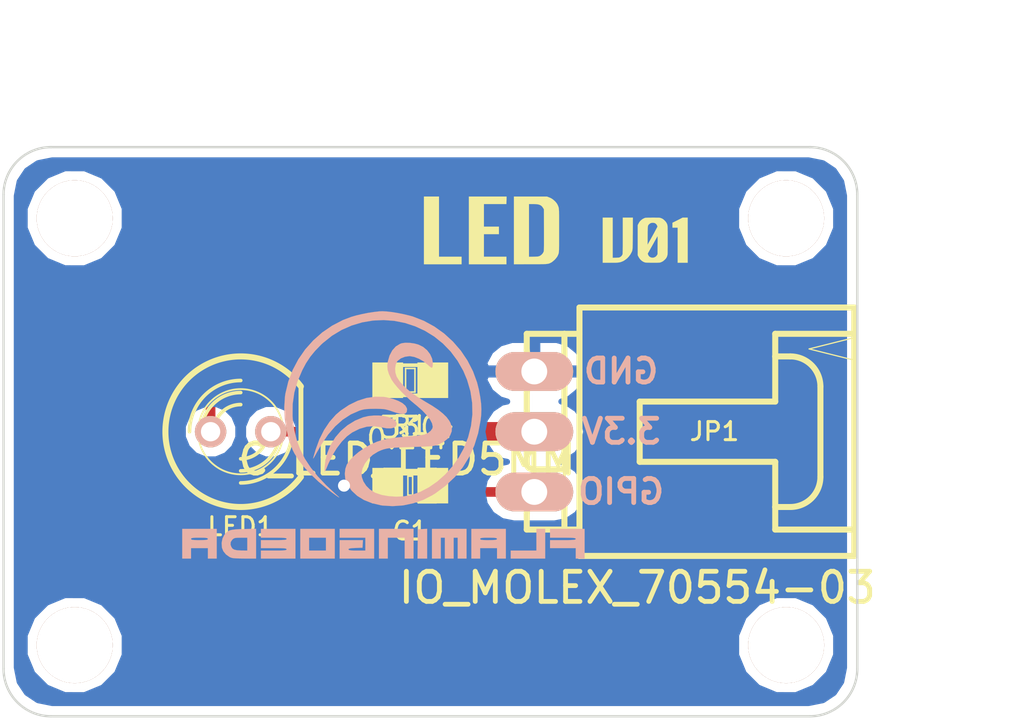
<source format=kicad_pcb>
(kicad_pcb (version 3) (host pcbnew "(2013-07-07 BZR 4022)-stable")

  (general
    (links 5)
    (no_connects 0)
    (area 36.460912 16.4084 92.687266 79.7)
    (thickness 1.6)
    (drawings 13)
    (tracks 13)
    (zones 0)
    (modules 11)
    (nets 5)
  )

  (page A3)
  (layers
    (15 F.Cu signal)
    (0 B.Cu signal)
    (16 B.Adhes user)
    (17 F.Adhes user)
    (18 B.Paste user)
    (19 F.Paste user)
    (20 B.SilkS user)
    (21 F.SilkS user)
    (22 B.Mask user)
    (23 F.Mask user)
    (24 Dwgs.User user)
    (25 Cmts.User user)
    (26 Eco1.User user)
    (27 Eco2.User user)
    (28 Edge.Cuts user)
  )

  (setup
    (last_trace_width 0.4064)
    (trace_clearance 0.2032)
    (zone_clearance 0.381)
    (zone_45_only no)
    (trace_min 0.127)
    (segment_width 0.2)
    (edge_width 0.1)
    (via_size 0.6096)
    (via_drill 0.3048)
    (via_min_size 0.6096)
    (via_min_drill 0.3048)
    (uvia_size 0.508)
    (uvia_drill 0.127)
    (uvias_allowed no)
    (uvia_min_size 0.508)
    (uvia_min_drill 0.127)
    (pcb_text_width 0.3)
    (pcb_text_size 1.5 1.5)
    (mod_edge_width 0.15)
    (mod_text_size 1 1)
    (mod_text_width 0.15)
    (pad_size 1.5 1.5)
    (pad_drill 0.6)
    (pad_to_mask_clearance 0)
    (aux_axis_origin 0 0)
    (visible_elements 7FFF7FFF)
    (pcbplotparams
      (layerselection 284983297)
      (usegerberextensions true)
      (excludeedgelayer true)
      (linewidth 0.150000)
      (plotframeref false)
      (viasonmask false)
      (mode 1)
      (useauxorigin false)
      (hpglpennumber 1)
      (hpglpenspeed 20)
      (hpglpendiameter 15)
      (hpglpenoverlay 2)
      (psnegative false)
      (psa4output false)
      (plotreference true)
      (plotvalue false)
      (plotothertext true)
      (plotinvisibletext false)
      (padsonsilk false)
      (subtractmaskfromsilk false)
      (outputformat 1)
      (mirror false)
      (drillshape 0)
      (scaleselection 1)
      (outputdirectory gerber/))
  )

  (net 0 "")
  (net 1 +3.3V)
  (net 2 GND)
  (net 3 N-000002)
  (net 4 N-000004)

  (net_class Default "This is the default net class."
    (clearance 0.2032)
    (trace_width 0.4064)
    (via_dia 0.6096)
    (via_drill 0.3048)
    (uvia_dia 0.508)
    (uvia_drill 0.127)
    (add_net "")
    (add_net N-000002)
    (add_net N-000004)
  )

  (net_class VCC ""
    (clearance 0.2032)
    (trace_width 0.8128)
    (via_dia 0.8128)
    (via_drill 0.508)
    (uvia_dia 0.508)
    (uvia_drill 0.127)
    (add_net +3.3V)
    (add_net GND)
  )

  (module IO_MOLEX_70554-03 (layer F.Cu) (tedit 534373C0) (tstamp 5345A4CD)
    (at 70 39 270)
    (descr "C-GRID SL CONNECTOR")
    (tags "C-GRID SL CONNECTOR")
    (path /53436E29)
    (attr virtual)
    (fp_text reference JP1 (at -0.011 0.023 360) (layer F.SilkS)
      (effects (font (size 0.762 0.762) (thickness 0.127)))
    )
    (fp_text value IO_MOLEX_70554-03 (at 6.5786 3.2766 360) (layer F.SilkS)
      (effects (font (size 1.27 1.27) (thickness 0.2032)))
    )
    (fp_line (start -2.8575 7.62) (end -2.2225 7.62) (layer F.SilkS) (width 0.06604))
    (fp_line (start -2.2225 7.62) (end -2.2225 6.35) (layer F.SilkS) (width 0.06604))
    (fp_line (start -2.8575 6.35) (end -2.2225 6.35) (layer F.SilkS) (width 0.06604))
    (fp_line (start -2.8575 7.62) (end -2.8575 6.35) (layer F.SilkS) (width 0.06604))
    (fp_line (start -0.3175 7.62) (end 0.3175 7.62) (layer F.SilkS) (width 0.06604))
    (fp_line (start 0.3175 7.62) (end 0.3175 6.35) (layer F.SilkS) (width 0.06604))
    (fp_line (start -0.3175 6.35) (end 0.3175 6.35) (layer F.SilkS) (width 0.06604))
    (fp_line (start -0.3175 7.62) (end -0.3175 6.35) (layer F.SilkS) (width 0.06604))
    (fp_line (start 2.2225 7.62) (end 2.8575 7.62) (layer F.SilkS) (width 0.06604))
    (fp_line (start 2.8575 7.62) (end 2.8575 6.35) (layer F.SilkS) (width 0.06604))
    (fp_line (start 2.2225 6.35) (end 2.8575 6.35) (layer F.SilkS) (width 0.06604))
    (fp_line (start 2.2225 7.62) (end 2.2225 6.35) (layer F.SilkS) (width 0.06604))
    (fp_line (start 5.23748 -5.87248) (end 4.1275 -5.87248) (layer F.SilkS) (width 0.254))
    (fp_line (start 4.1275 -5.87248) (end -5.23748 -5.87248) (layer F.SilkS) (width 0.254))
    (fp_line (start -5.23748 -5.87248) (end -5.23748 5.715) (layer F.SilkS) (width 0.254))
    (fp_line (start -1.27 -2.54) (end -1.27 3.175) (layer F.SilkS) (width 0.254))
    (fp_line (start -1.27 3.175) (end 1.27 3.175) (layer F.SilkS) (width 0.254))
    (fp_line (start 1.27 3.175) (end 1.27 -2.54) (layer F.SilkS) (width 0.254))
    (fp_line (start -4.1275 -5.87248) (end -4.1275 -2.54) (layer F.SilkS) (width 0.254))
    (fp_line (start -4.1275 -2.54) (end -3.175 -2.54) (layer F.SilkS) (width 0.254))
    (fp_line (start -3.175 -2.54) (end -1.27 -2.54) (layer F.SilkS) (width 0.254))
    (fp_line (start 1.27 -2.54) (end 3.175 -2.54) (layer F.SilkS) (width 0.254))
    (fp_line (start 3.175 -2.54) (end 4.1275 -2.54) (layer F.SilkS) (width 0.254))
    (fp_line (start 4.1275 -2.54) (end 4.1275 -5.87248) (layer F.SilkS) (width 0.254))
    (fp_line (start -3.175 -2.54) (end -3.175 -3.175) (layer F.SilkS) (width 0.254))
    (fp_line (start -1.905 -4.445) (end 1.905 -4.445) (layer F.SilkS) (width 0.254))
    (fp_line (start 3.175 -3.175) (end 3.175 -2.54) (layer F.SilkS) (width 0.254))
    (fp_line (start -5.23748 5.715) (end 5.23748 5.715) (layer F.SilkS) (width 0.254))
    (fp_line (start 5.23748 5.715) (end 5.23748 -5.87248) (layer F.SilkS) (width 0.254))
    (fp_line (start -4.1275 5.715) (end -4.1275 6.35) (layer F.SilkS) (width 0.254))
    (fp_line (start -4.1275 6.35) (end -4.1275 7.9375) (layer F.SilkS) (width 0.254))
    (fp_line (start -4.1275 6.35) (end -3.175 6.35) (layer F.SilkS) (width 0.254))
    (fp_line (start -3.175 6.35) (end -1.905 6.35) (layer F.SilkS) (width 0.127))
    (fp_line (start -1.905 6.35) (end -0.635 6.35) (layer F.SilkS) (width 0.254))
    (fp_line (start -0.635 6.35) (end 0.635 6.35) (layer F.SilkS) (width 0.127))
    (fp_line (start 0.635 6.35) (end 1.5875 6.35) (layer F.SilkS) (width 0.254))
    (fp_line (start -3.175 6.35) (end -3.175 7.6835) (layer F.SilkS) (width 0.254))
    (fp_line (start -3.429 7.9375) (end -4.1275 7.9375) (layer F.SilkS) (width 0.254))
    (fp_line (start -1.905 6.35) (end -1.905 7.6835) (layer F.SilkS) (width 0.254))
    (fp_line (start -0.635 6.35) (end -0.635 7.6835) (layer F.SilkS) (width 0.254))
    (fp_line (start -0.889 7.9375) (end -1.651 7.9375) (layer F.SilkS) (width 0.254))
    (fp_line (start 0.635 6.35) (end 0.635 7.6835) (layer F.SilkS) (width 0.254))
    (fp_line (start 0.889 7.9375) (end 1.3335 7.9375) (layer F.SilkS) (width 0.254))
    (fp_line (start 1.5875 7.6835) (end 1.5875 6.35) (layer F.SilkS) (width 0.254))
    (fp_line (start 4.1275 7.9375) (end 4.1275 6.35) (layer F.SilkS) (width 0.254))
    (fp_line (start 4.1275 6.35) (end 4.1275 5.715) (layer F.SilkS) (width 0.254))
    (fp_line (start 1.5875 6.35) (end 3.175 6.35) (layer F.SilkS) (width 0.127))
    (fp_line (start 3.175 6.35) (end 4.1275 6.35) (layer F.SilkS) (width 0.254))
    (fp_line (start 3.175 6.35) (end 3.175 7.6835) (layer F.SilkS) (width 0.254))
    (fp_line (start 3.429 7.9375) (end 4.1275 7.9375) (layer F.SilkS) (width 0.254))
    (fp_line (start -3.96748 -5.87248) (end -3.48996 -3.96748) (layer F.SilkS) (width 0.0508))
    (fp_line (start -3.48996 -3.96748) (end -3.01498 -5.87248) (layer F.SilkS) (width 0.0508))
    (fp_line (start -3.01498 -5.87248) (end -3.96748 -5.87248) (layer F.SilkS) (width 0.0508))
    (fp_arc (start -1.905 -3.175) (end -3.175 -3.175) (angle 90) (layer F.SilkS) (width 0.254))
    (fp_arc (start 1.905 -3.175) (end 1.905 -4.445) (angle 90) (layer F.SilkS) (width 0.254))
    (fp_arc (start -3.429 7.6835) (end -3.175 7.6835) (angle 90) (layer F.SilkS) (width 0.254))
    (fp_arc (start -1.651 7.6835) (end -1.651 7.9375) (angle 90) (layer F.SilkS) (width 0.254))
    (fp_arc (start -0.889 7.6835) (end -0.635 7.6835) (angle 90) (layer F.SilkS) (width 0.254))
    (fp_arc (start 0.889 7.6835) (end 0.889 7.9375) (angle 90) (layer F.SilkS) (width 0.254))
    (fp_arc (start 1.3335 7.6835) (end 1.5875 7.6835) (angle 90) (layer F.SilkS) (width 0.254))
    (fp_arc (start 3.429 7.6835) (end 3.429 7.9375) (angle 90) (layer F.SilkS) (width 0.254))
    (pad 1 thru_hole oval (at -2.54 7.62 270) (size 1.6383 3.2766) (drill 1.08966)
      (layers *.Cu *.Adhes *.Paste *.SilkS *.Mask)
      (net 2 GND)
    )
    (pad 2 thru_hole oval (at 0 7.62 270) (size 1.6383 3.2766) (drill 1.08966)
      (layers *.Cu *.Adhes *.Paste *.SilkS *.Mask)
      (net 1 +3.3V)
    )
    (pad 3 thru_hole oval (at 2.54 7.62 270) (size 1.6383 3.2766) (drill 1.08966)
      (layers *.Cu *.Adhes *.Paste *.SilkS *.Mask)
      (net 4 N-000004)
    )
  )

  (module IO_HOLE-3.2 (layer F.Cu) (tedit 54AB3F24) (tstamp 5345A4D2)
    (at 43 30)
    (descr "module 1 pin (ou trou mecanique de percage)")
    (tags DEV)
    (path /53436FB9)
    (fp_text reference P1 (at -4.9 -0.155) (layer F.SilkS) hide
      (effects (font (size 1.016 1.016) (thickness 0.254)))
    )
    (fp_text value IO_HOLE-3.2 (at 0 2.794) (layer F.SilkS) hide
      (effects (font (size 1.016 1.016) (thickness 0.254)))
    )
    (pad "" thru_hole circle (at 0 0) (size 3.2004 3.2004) (drill 3.2004)
      (layers *.Cu *.Paste *.SilkS *.Mask)
    )
  )

  (module IO_HOLE-3.2 (layer F.Cu) (tedit 54AB3F4C) (tstamp 5345A4D7)
    (at 73 30)
    (descr "module 1 pin (ou trou mecanique de percage)")
    (tags DEV)
    (path /53436FC6)
    (fp_text reference P2 (at 15 1) (layer F.SilkS) hide
      (effects (font (size 1.016 1.016) (thickness 0.254)))
    )
    (fp_text value IO_HOLE-3.2 (at 0 2.794) (layer F.SilkS) hide
      (effects (font (size 1.016 1.016) (thickness 0.254)))
    )
    (pad "" thru_hole circle (at 0 0) (size 3.2004 3.2004) (drill 3.2004)
      (layers *.Cu *.Paste *.SilkS *.Mask)
    )
  )

  (module IO_HOLE-3.2 (layer F.Cu) (tedit 54AB3F22) (tstamp 5345A4DC)
    (at 43 48)
    (descr "module 1 pin (ou trou mecanique de percage)")
    (tags DEV)
    (path /53436FCC)
    (fp_text reference P3 (at -4.9 0.26) (layer F.SilkS) hide
      (effects (font (size 1.016 1.016) (thickness 0.254)))
    )
    (fp_text value IO_HOLE-3.2 (at 0 2.794) (layer F.SilkS) hide
      (effects (font (size 1.016 1.016) (thickness 0.254)))
    )
    (pad "" thru_hole circle (at 0 0) (size 3.2004 3.2004) (drill 3.2004)
      (layers *.Cu *.Paste *.SilkS *.Mask)
    )
  )

  (module IO_HOLE-3.2 (layer F.Cu) (tedit 54AB3F47) (tstamp 5345A4E1)
    (at 73 48)
    (descr "module 1 pin (ou trou mecanique de percage)")
    (tags DEV)
    (path /53436FD2)
    (fp_text reference P4 (at 15 2) (layer F.SilkS) hide
      (effects (font (size 1.016 1.016) (thickness 0.254)))
    )
    (fp_text value IO_HOLE-3.2 (at 0 2.794) (layer F.SilkS) hide
      (effects (font (size 1.016 1.016) (thickness 0.254)))
    )
    (pad "" thru_hole circle (at 0 0) (size 3.2004 3.2004) (drill 3.2004)
      (layers *.Cu *.Paste *.SilkS *.Mask)
    )
  )

  (module C_R_0805 (layer F.Cu) (tedit 54AB4149) (tstamp 5345A50C)
    (at 57.15 36.83)
    (descr RESISTOR)
    (tags RESISTOR)
    (path /53436E45)
    (attr smd)
    (fp_text reference R1 (at 0 1.905) (layer F.SilkS)
      (effects (font (size 0.762 0.762) (thickness 0.127)))
    )
    (fp_text value 330 (at 0 1.99898) (layer F.SilkS)
      (effects (font (size 0.889 0.889) (thickness 0.127)))
    )
    (fp_line (start 0.4064 0.6985) (end 1.0541 0.6985) (layer F.SilkS) (width 0.06604))
    (fp_line (start 1.0541 0.6985) (end 1.0541 -0.70104) (layer F.SilkS) (width 0.06604))
    (fp_line (start 0.4064 -0.70104) (end 1.0541 -0.70104) (layer F.SilkS) (width 0.06604))
    (fp_line (start 0.4064 0.6985) (end 0.4064 -0.70104) (layer F.SilkS) (width 0.06604))
    (fp_line (start -1.0668 0.6985) (end -0.41656 0.6985) (layer F.SilkS) (width 0.06604))
    (fp_line (start -0.41656 0.6985) (end -0.41656 -0.70104) (layer F.SilkS) (width 0.06604))
    (fp_line (start -1.0668 -0.70104) (end -0.41656 -0.70104) (layer F.SilkS) (width 0.06604))
    (fp_line (start -1.0668 0.6985) (end -1.0668 -0.70104) (layer F.SilkS) (width 0.06604))
    (fp_line (start -0.19812 0.49784) (end 0.19812 0.49784) (layer F.SilkS) (width 0.06604))
    (fp_line (start 0.19812 0.49784) (end 0.19812 -0.49784) (layer F.SilkS) (width 0.06604))
    (fp_line (start -0.19812 -0.49784) (end 0.19812 -0.49784) (layer F.SilkS) (width 0.06604))
    (fp_line (start -0.19812 0.49784) (end -0.19812 -0.49784) (layer F.SilkS) (width 0.06604))
    (fp_line (start -0.40894 -0.635) (end 0.40894 -0.635) (layer F.SilkS) (width 0.1524))
    (fp_line (start -0.40894 0.635) (end 0.40894 0.635) (layer F.SilkS) (width 0.1524))
    (pad 1 smd rect (at -0.94996 0) (size 1.29794 1.4986)
      (layers F.Cu F.Paste F.SilkS F.Mask)
      (net 3 N-000002)
    )
    (pad 2 smd rect (at 0.94996 0) (size 1.29794 1.4986)
      (layers F.Cu F.Paste F.SilkS F.Mask)
      (net 1 +3.3V)
    )
  )

  (module LOGO   locked (layer F.Cu) (tedit 54AB3F4A) (tstamp 53466460)
    (at 60.579 30.988)
    (fp_text reference G*** (at 27.421 -5.988) (layer F.SilkS) hide
      (effects (font (size 1.524 1.524) (thickness 0.3048)))
    )
    (fp_text value LOGO (at 0 -13.462) (layer F.SilkS) hide
      (effects (font (size 1.524 1.524) (thickness 0.3048)))
    )
    (fp_poly (pts (xy -1.26492 0.9525) (xy -2.85242 0.9525) (xy -2.85242 -1.905) (xy -2.21742 -1.905)
      (xy -2.21742 0.63246) (xy -1.26492 0.63246) (xy -1.26492 0.9525) (xy -1.26492 0.9525)) (layer F.SilkS) (width 0.00254))
    (fp_poly (pts (xy 0.63246 -1.905) (xy 0.62992 -1.74498) (xy 0.62484 -1.5875) (xy 0.14986 -1.5875)
      (xy -0.32258 -1.5875) (xy -0.32258 -1.10998) (xy -0.32258 -0.635) (xy -0.00508 -0.635)
      (xy 0.30988 -0.635) (xy 0.30988 -0.47498) (xy 0.30988 -0.3175) (xy -0.00508 -0.3175)
      (xy -0.32258 -0.3175) (xy -0.32258 0.15748) (xy -0.32258 0.63246) (xy 0.14986 0.63246)
      (xy 0.62738 0.63246) (xy 0.62738 0.79248) (xy 0.62738 0.9525) (xy -0.1651 0.9525)
      (xy -0.95758 0.9525) (xy -0.95758 -0.47498) (xy -0.95758 -1.905) (xy -0.16002 -1.905)
      (xy 0.63246 -1.905) (xy 0.63246 -1.905)) (layer F.SilkS) (width 0.00254))
    (fp_poly (pts (xy 2.84734 -0.47498) (xy 2.84734 -0.29972) (xy 2.84734 -0.14986) (xy 2.84734 -0.02032)
      (xy 2.84734 0.08636) (xy 2.84734 0.1778) (xy 2.8448 0.254) (xy 2.8448 0.31496)
      (xy 2.84226 0.36322) (xy 2.83972 0.40386) (xy 2.83718 0.43434) (xy 2.83464 0.4572)
      (xy 2.8321 0.47752) (xy 2.82702 0.4953) (xy 2.82448 0.50546) (xy 2.80416 0.5588)
      (xy 2.77622 0.61722) (xy 2.75844 0.64516) (xy 2.7178 0.6985) (xy 2.667 0.75692)
      (xy 2.60604 0.81026) (xy 2.55016 0.85598) (xy 2.49936 0.88646) (xy 2.47142 0.89916)
      (xy 2.44602 0.91186) (xy 2.41808 0.92202) (xy 2.3876 0.92964) (xy 2.35204 0.93472)
      (xy 2.3114 0.9398) (xy 2.25806 0.94488) (xy 2.2098 0.94488) (xy 2.2098 -0.12192)
      (xy 2.2098 -0.29972) (xy 2.2098 -0.50038) (xy 2.2098 -0.50292) (xy 2.20726 -1.36398)
      (xy 2.1717 -1.4224) (xy 2.1336 -1.47828) (xy 2.09042 -1.51892) (xy 2.03708 -1.5494)
      (xy 1.97358 -1.56972) (xy 1.88976 -1.58242) (xy 1.78816 -1.5875) (xy 1.7526 -1.5875)
      (xy 1.57734 -1.5875) (xy 1.57734 -0.47498) (xy 1.57734 0.635) (xy 1.778 0.63246)
      (xy 1.8542 0.62992) (xy 1.91262 0.62738) (xy 1.95326 0.62484) (xy 1.98374 0.61722)
      (xy 2.00914 0.6096) (xy 2.03454 0.59944) (xy 2.04216 0.59436) (xy 2.10312 0.55118)
      (xy 2.15646 0.49276) (xy 2.19202 0.42926) (xy 2.19964 0.40386) (xy 2.20218 0.381)
      (xy 2.20472 0.3302) (xy 2.20726 0.254) (xy 2.2098 0.1524) (xy 2.2098 0.02794)
      (xy 2.2098 -0.12192) (xy 2.2098 0.94488) (xy 2.19456 0.94742) (xy 2.11582 0.94742)
      (xy 2.02184 0.94996) (xy 1.90754 0.94996) (xy 1.77292 0.94996) (xy 1.6256 0.94996)
      (xy 0.94234 0.9525) (xy 0.94234 -0.47498) (xy 0.94234 -1.905) (xy 1.6383 -1.905)
      (xy 2.33426 -1.905) (xy 2.41808 -1.87198) (xy 2.50698 -1.83388) (xy 2.58572 -1.78308)
      (xy 2.66192 -1.71704) (xy 2.67716 -1.7018) (xy 2.73558 -1.63576) (xy 2.77622 -1.57226)
      (xy 2.80924 -1.50114) (xy 2.82194 -1.4605) (xy 2.82702 -1.44526) (xy 2.8321 -1.42748)
      (xy 2.83464 -1.40716) (xy 2.83718 -1.3843) (xy 2.83972 -1.35128) (xy 2.84226 -1.31318)
      (xy 2.8448 -1.26492) (xy 2.8448 -1.20142) (xy 2.84734 -1.12522) (xy 2.84734 -1.03378)
      (xy 2.84734 -0.92456) (xy 2.84734 -0.79502) (xy 2.84734 -0.64516) (xy 2.84734 -0.47498)
      (xy 2.84734 -0.47498)) (layer F.SilkS) (width 0.00254))
  )

  (module C_C_0805 (layer F.Cu) (tedit 54AB4147) (tstamp 54AB3D8C)
    (at 57.15 41.275 180)
    (descr CAPACITOR)
    (tags CAPACITOR)
    (path /54AB3AA2)
    (attr smd)
    (fp_text reference C1 (at 0 -1.905 180) (layer F.SilkS)
      (effects (font (size 0.762 0.762) (thickness 0.127)))
    )
    (fp_text value 0.1uF (at 0 1.99898 180) (layer F.SilkS)
      (effects (font (size 0.889 0.889) (thickness 0.127)))
    )
    (fp_line (start -1.08966 0.7239) (end -0.34036 0.7239) (layer F.SilkS) (width 0.06604))
    (fp_line (start -0.34036 0.7239) (end -0.34036 -0.7239) (layer F.SilkS) (width 0.06604))
    (fp_line (start -1.08966 -0.7239) (end -0.34036 -0.7239) (layer F.SilkS) (width 0.06604))
    (fp_line (start -1.08966 0.7239) (end -1.08966 -0.7239) (layer F.SilkS) (width 0.06604))
    (fp_line (start 0.3556 0.7239) (end 1.1049 0.7239) (layer F.SilkS) (width 0.06604))
    (fp_line (start 1.1049 0.7239) (end 1.1049 -0.7239) (layer F.SilkS) (width 0.06604))
    (fp_line (start 0.3556 -0.7239) (end 1.1049 -0.7239) (layer F.SilkS) (width 0.06604))
    (fp_line (start 0.3556 0.7239) (end 0.3556 -0.7239) (layer F.SilkS) (width 0.06604))
    (fp_line (start -0.09906 0.39878) (end 0.09906 0.39878) (layer F.SilkS) (width 0.06604))
    (fp_line (start 0.09906 0.39878) (end 0.09906 -0.39878) (layer F.SilkS) (width 0.06604))
    (fp_line (start -0.09906 -0.39878) (end 0.09906 -0.39878) (layer F.SilkS) (width 0.06604))
    (fp_line (start -0.09906 0.39878) (end -0.09906 -0.39878) (layer F.SilkS) (width 0.06604))
    (fp_line (start -0.381 -0.65786) (end 0.381 -0.65786) (layer F.SilkS) (width 0.1016))
    (fp_line (start -0.3556 0.65786) (end 0.381 0.65786) (layer F.SilkS) (width 0.1016))
    (pad 1 smd rect (at -0.94996 0 180) (size 1.29794 1.4986)
      (layers F.Cu F.Paste F.SilkS F.Mask)
      (net 4 N-000004)
    )
    (pad 2 smd rect (at 0.94996 0 180) (size 1.29794 1.4986)
      (layers F.Cu F.Paste F.SilkS F.Mask)
      (net 2 GND)
    )
  )

  (module C_LED_LED5MM (layer F.Cu) (tedit 54AB3F84) (tstamp 54AB3D61)
    (at 50 39)
    (descr LED)
    (tags LED)
    (path /54AB3ECE)
    (attr virtual)
    (fp_text reference LED1 (at 0 4) (layer F.SilkS)
      (effects (font (size 0.762 0.762) (thickness 0.127)))
    )
    (fp_text value C_LED_LED5MM (at 7.0104 1.1684) (layer F.SilkS)
      (effects (font (size 1.27 1.27) (thickness 0.2032)))
    )
    (fp_line (start 2.54 1.905) (end 2.54 -1.905) (layer F.SilkS) (width 0.2032))
    (fp_circle (center 0 0) (end -1.27 1.27) (layer F.SilkS) (width 0.0762))
    (fp_arc (start 0 0) (end 2.54 1.905) (angle 286.2) (layer F.SilkS) (width 0.254))
    (fp_arc (start 0 0) (end -1.143 0) (angle 90) (layer F.SilkS) (width 0.1524))
    (fp_arc (start 0 0) (end 1.143 0) (angle 90) (layer F.SilkS) (width 0.1524))
    (fp_arc (start 0 0) (end -1.651 0) (angle 90) (layer F.SilkS) (width 0.1524))
    (fp_arc (start 0 0) (end 1.651 0) (angle 90) (layer F.SilkS) (width 0.1524))
    (fp_arc (start 0 0) (end -2.159 0) (angle 90) (layer F.SilkS) (width 0.1524))
    (fp_arc (start 0 0) (end 2.159 0) (angle 90) (layer F.SilkS) (width 0.1524))
    (pad A thru_hole circle (at -1.27 0) (size 1.3208 2.6416) (drill 0.812799)
      (layers *.Cu *.Paste *.SilkS *.Mask)
      (net 3 N-000002)
    )
    (pad K thru_hole circle (at 1.27 0) (size 1.3208 2.6416) (drill 0.812799)
      (layers *.Cu *.Paste *.SilkS *.Mask)
      (net 4 N-000004)
    )
  )

  (module LOGO (layer F.Cu) (tedit 54AB4074) (tstamp 54AB462D)
    (at 67.056 31.242)
    (fp_text reference G*** (at 21 -3) (layer F.SilkS) hide
      (effects (font (size 1.524 1.524) (thickness 0.3048)))
    )
    (fp_text value LOGO (at 0 -13.462) (layer F.SilkS) hide
      (effects (font (size 1.524 1.524) (thickness 0.3048)))
    )
    (fp_poly (pts (xy -0.51816 -1.27) (xy -0.5207 -0.60706) (xy -0.52324 -0.4826) (xy -0.52324 -0.37338)
      (xy -0.52324 -0.2794) (xy -0.52578 -0.19812) (xy -0.52578 -0.12954) (xy -0.52832 -0.07112)
      (xy -0.52832 -0.02032) (xy -0.53086 0.01778) (xy -0.5334 0.0508) (xy -0.53848 0.07874)
      (xy -0.54102 0.10414) (xy -0.5461 0.12446) (xy -0.55118 0.14224) (xy -0.5588 0.16002)
      (xy -0.56642 0.1778) (xy -0.57658 0.19812) (xy -0.58166 0.20828) (xy -0.62738 0.28956)
      (xy -0.6858 0.3683) (xy -0.75438 0.44196) (xy -0.83058 0.50292) (xy -0.91186 0.55626)
      (xy -0.97536 0.5842) (xy -1.00838 0.5969) (xy -1.03886 0.60706) (xy -1.06934 0.61468)
      (xy -1.09982 0.61976) (xy -1.13792 0.62484) (xy -1.1811 0.62992) (xy -1.2319 0.63246)
      (xy -1.29286 0.63246) (xy -1.36652 0.63246) (xy -1.45288 0.63246) (xy -1.47828 0.635)
      (xy -1.7907 0.635) (xy -1.7907 -0.3175) (xy -1.7907 -1.27) (xy -1.57988 -1.27)
      (xy -1.36906 -1.27) (xy -1.36906 -0.42164) (xy -1.36906 0.42418) (xy -1.23444 0.42164)
      (xy -1.18364 0.4191) (xy -1.14554 0.41656) (xy -1.1176 0.41656) (xy -1.09728 0.41148)
      (xy -1.0795 0.4064) (xy -1.06426 0.39878) (xy -1.05918 0.39624) (xy -1.01854 0.3683)
      (xy -0.98298 0.3302) (xy -0.96012 0.28702) (xy -0.9525 0.27178) (xy -0.9525 0.25654)
      (xy -0.94996 0.22606) (xy -0.94996 0.1778) (xy -0.94742 0.11176) (xy -0.94742 0.03048)
      (xy -0.94488 -0.0635) (xy -0.94488 -0.17526) (xy -0.94488 -0.30226) (xy -0.94488 -0.4445)
      (xy -0.94488 -0.51308) (xy -0.94488 -1.27) (xy -0.73152 -1.27) (xy -0.51816 -1.27)
      (xy -0.51816 -1.27)) (layer F.SilkS) (width 0.00254))
    (fp_poly (pts (xy 0.94996 -0.09906) (xy 0.94996 -0.0127) (xy 0.94742 0.05588) (xy 0.94742 0.11938)
      (xy 0.94742 0.16764) (xy 0.94742 0.21082) (xy 0.94488 0.2413) (xy 0.94488 0.26924)
      (xy 0.94234 0.28956) (xy 0.9398 0.3048) (xy 0.93726 0.3175) (xy 0.93472 0.3302)
      (xy 0.93218 0.33528) (xy 0.9144 0.38862) (xy 0.889 0.43434) (xy 0.85598 0.47752)
      (xy 0.81534 0.51562) (xy 0.7493 0.5715) (xy 0.67818 0.60706) (xy 0.62738 0.62484)
      (xy 0.60452 0.62738) (xy 0.5715 0.62992) (xy 0.52578 0.62992) (xy 0.52578 -0.27432)
      (xy 0.52578 -0.33528) (xy 0.52578 -0.38354) (xy 0.52324 -0.4191) (xy 0.52324 -0.44704)
      (xy 0.52324 -0.46228) (xy 0.5207 -0.47244) (xy 0.51816 -0.47752) (xy 0.51816 -0.47752)
      (xy 0.51816 -0.89154) (xy 0.51308 -0.90932) (xy 0.50038 -0.93726) (xy 0.48514 -0.96774)
      (xy 0.46736 -0.9906) (xy 0.46228 -0.99568) (xy 0.42418 -1.0287) (xy 0.37592 -1.04648)
      (xy 0.3175 -1.05156) (xy 0.26416 -1.04648) (xy 0.21844 -1.03124) (xy 0.17526 -1.00076)
      (xy 0.1651 -0.98806) (xy 0.14986 -0.97536) (xy 0.1397 -0.96266) (xy 0.13208 -0.9525)
      (xy 0.12446 -0.93726) (xy 0.11938 -0.91948) (xy 0.1143 -0.89662) (xy 0.11176 -0.86614)
      (xy 0.10922 -0.82804) (xy 0.10668 -0.77978) (xy 0.10668 -0.72136) (xy 0.10414 -0.6477)
      (xy 0.10414 -0.56134) (xy 0.10414 -0.51562) (xy 0.1016 -0.12954) (xy 0.30988 -0.50292)
      (xy 0.35052 -0.57658) (xy 0.38862 -0.64516) (xy 0.42164 -0.70866) (xy 0.45212 -0.76454)
      (xy 0.47752 -0.8128) (xy 0.49784 -0.8509) (xy 0.51054 -0.8763) (xy 0.51816 -0.889)
      (xy 0.51816 -0.89154) (xy 0.51816 -0.47752) (xy 0.51562 -0.47498) (xy 0.51308 -0.47244)
      (xy 0.51054 -0.4699) (xy 0.50292 -0.4572) (xy 0.49022 -0.4318) (xy 0.46736 -0.3937)
      (xy 0.44196 -0.34544) (xy 0.40894 -0.28956) (xy 0.37592 -0.2286) (xy 0.33782 -0.16002)
      (xy 0.30226 -0.09652) (xy 0.10922 0.24638) (xy 0.12192 0.28956) (xy 0.14478 0.33782)
      (xy 0.18034 0.37592) (xy 0.22606 0.40386) (xy 0.27686 0.4191) (xy 0.33274 0.4191)
      (xy 0.37592 0.41148) (xy 0.42926 0.38608) (xy 0.47244 0.34798) (xy 0.49784 0.31242)
      (xy 0.5207 0.27432) (xy 0.52324 -0.10922) (xy 0.52324 -0.20066) (xy 0.52578 -0.27432)
      (xy 0.52578 0.62992) (xy 0.52578 0.63246) (xy 0.4699 0.63246) (xy 0.4064 0.63246)
      (xy 0.3429 0.63246) (xy 0.27432 0.63246) (xy 0.21082 0.63246) (xy 0.14732 0.62992)
      (xy 0.09398 0.62992) (xy 0.04826 0.62738) (xy 0.0127 0.62484) (xy -0.00508 0.6223)
      (xy -0.00508 0.6223) (xy -0.07874 0.59436) (xy -0.14478 0.55118) (xy -0.20574 0.4953)
      (xy -0.254 0.4318) (xy -0.28194 0.38354) (xy -0.31496 0.3175) (xy -0.31496 -0.3175)
      (xy -0.31496 -0.9525) (xy -0.28194 -1.01854) (xy -0.23876 -1.0922) (xy -0.18034 -1.1557)
      (xy -0.11176 -1.20904) (xy -0.03302 -1.24968) (xy -0.0127 -1.25476) (xy 0 -1.25984)
      (xy 0.01524 -1.26238) (xy 0.03556 -1.26492) (xy 0.06604 -1.26492) (xy 0.10668 -1.26746)
      (xy 0.15748 -1.26746) (xy 0.22098 -1.26746) (xy 0.29972 -1.27) (xy 0.31496 -1.27)
      (xy 0.3937 -1.27) (xy 0.4572 -1.26746) (xy 0.508 -1.26746) (xy 0.54864 -1.26746)
      (xy 0.57912 -1.26746) (xy 0.60198 -1.26492) (xy 0.61976 -1.26238) (xy 0.635 -1.25984)
      (xy 0.6477 -1.25476) (xy 0.66294 -1.24968) (xy 0.71374 -1.22936) (xy 0.75184 -1.2065)
      (xy 0.78994 -1.17602) (xy 0.82042 -1.14808) (xy 0.86868 -1.09474) (xy 0.90424 -1.0414)
      (xy 0.92964 -0.98298) (xy 0.93218 -0.97282) (xy 0.93472 -0.96266) (xy 0.93726 -0.9525)
      (xy 0.9398 -0.93726) (xy 0.94234 -0.92202) (xy 0.94488 -0.89916) (xy 0.94488 -0.87376)
      (xy 0.94742 -0.84074) (xy 0.94742 -0.79756) (xy 0.94742 -0.74676) (xy 0.94996 -0.6858)
      (xy 0.94996 -0.61214) (xy 0.94996 -0.52324) (xy 0.94996 -0.42164) (xy 0.94996 -0.3175)
      (xy 0.94996 -0.20066) (xy 0.94996 -0.09906) (xy 0.94996 -0.09906)) (layer F.SilkS) (width 0.00254))
    (fp_poly (pts (xy 1.79324 0.635) (xy 1.58242 0.635) (xy 1.36906 0.635) (xy 1.36906 -0.10414)
      (xy 1.36906 -0.84582) (xy 1.25984 -0.84582) (xy 1.15062 -0.84582) (xy 1.15062 -0.94996)
      (xy 1.15062 -1.0541) (xy 1.36652 -1.16078) (xy 1.57988 -1.27) (xy 1.68656 -1.27)
      (xy 1.79324 -1.27) (xy 1.79324 -0.3175) (xy 1.79324 0.635) (xy 1.79324 0.635)) (layer F.SilkS) (width 0.00254))
  )

  (module mini6 (layer B.Cu) (tedit 0) (tstamp 54AB43A2)
    (at 56 39)
    (fp_text reference VAL (at 0 0) (layer B.SilkS) hide
      (effects (font (size 1.143 1.143) (thickness 0.1778)) (justify mirror))
    )
    (fp_text value mini6 (at 0 0) (layer B.SilkS) hide
      (effects (font (size 1.143 1.143) (thickness 0.1778)) (justify mirror))
    )
    (fp_poly (pts (xy -7.0104 5.34924) (xy -7.19582 5.34924) (xy -7.38378 5.34924) (xy -7.38378 5.1308)
      (xy -7.38378 4.90982) (xy -7.38378 4.5212) (xy -7.39394 4.49834) (xy -7.43458 4.4831)
      (xy -7.51332 4.47294) (xy -7.6454 4.4704) (xy -7.73938 4.4704) (xy -7.90194 4.4704)
      (xy -8.00608 4.47802) (xy -8.06704 4.48818) (xy -8.09244 4.50596) (xy -8.09498 4.5212)
      (xy -8.08228 4.54406) (xy -8.04418 4.5593) (xy -7.9629 4.56692) (xy -7.83336 4.572)
      (xy -7.73938 4.572) (xy -7.57682 4.56946) (xy -7.47014 4.56438) (xy -7.41172 4.55168)
      (xy -7.38632 4.5339) (xy -7.38378 4.5212) (xy -7.38378 4.90982) (xy -7.73938 4.90982)
      (xy -8.09498 4.90982) (xy -8.09498 5.1308) (xy -8.09498 5.34924) (xy -8.2804 5.34924)
      (xy -8.46582 5.34924) (xy -8.46582 4.7244) (xy -8.46582 4.09702) (xy -7.73938 4.09702)
      (xy -7.0104 4.09702) (xy -7.0104 4.7244) (xy -7.0104 5.34924) (xy -7.0104 5.34924)) (layer B.SilkS) (width 0.00254))
    (fp_poly (pts (xy -5.35178 5.34924) (xy -5.72262 5.34924) (xy -5.72262 5.01142) (xy -5.72262 4.73964)
      (xy -5.72262 4.4704) (xy -5.99694 4.4704) (xy -6.13664 4.47294) (xy -6.22808 4.48056)
      (xy -6.28904 4.50088) (xy -6.3373 4.53898) (xy -6.35254 4.55168) (xy -6.42112 4.65328)
      (xy -6.42874 4.7625) (xy -6.39572 4.85394) (xy -6.34746 4.9276) (xy -6.27126 4.97332)
      (xy -6.15442 4.99872) (xy -5.98424 5.00888) (xy -5.969 5.00888) (xy -5.72262 5.01142)
      (xy -5.72262 5.34924) (xy -5.84962 5.34924) (xy -6.05536 5.3467) (xy -6.20268 5.34162)
      (xy -6.30936 5.334) (xy -6.38556 5.31876) (xy -6.44906 5.29336) (xy -6.47192 5.2832)
      (xy -6.62178 5.17652) (xy -6.73354 5.03936) (xy -6.79196 4.89204) (xy -6.79196 4.8895)
      (xy -6.80466 4.69138) (xy -6.7691 4.50596) (xy -6.69036 4.35102) (xy -6.62178 4.2672)
      (xy -6.55066 4.20624) (xy -6.46684 4.16306) (xy -6.35508 4.13512) (xy -6.20776 4.11734)
      (xy -6.01218 4.10718) (xy -5.8674 4.10464) (xy -5.35178 4.09194) (xy -5.35178 4.72186)
      (xy -5.35178 5.34924) (xy -5.35178 5.34924)) (layer B.SilkS) (width 0.00254))
    (fp_poly (pts (xy -3.69062 5.34924) (xy -4.4196 5.34924) (xy -5.14858 5.34924) (xy -5.14858 5.1816)
      (xy -5.14858 5.01142) (xy -4.60502 5.01142) (xy -4.39928 5.01142) (xy -4.25196 5.00888)
      (xy -4.15544 5.00126) (xy -4.09702 4.9911) (xy -4.06908 4.97586) (xy -4.064 4.96062)
      (xy -4.07416 4.94284) (xy -4.10464 4.9276) (xy -4.17322 4.91744) (xy -4.28244 4.91236)
      (xy -4.43992 4.90982) (xy -4.60502 4.90982) (xy -5.14858 4.90982) (xy -5.14858 4.73964)
      (xy -5.14858 4.572) (xy -4.60502 4.572) (xy -4.39928 4.572) (xy -4.25196 4.56692)
      (xy -4.15544 4.56184) (xy -4.09702 4.55168) (xy -4.06908 4.53644) (xy -4.064 4.5212)
      (xy -4.07416 4.50088) (xy -4.10464 4.48818) (xy -4.17322 4.47802) (xy -4.28244 4.47294)
      (xy -4.43992 4.4704) (xy -4.60502 4.4704) (xy -5.14858 4.4704) (xy -5.14858 4.28244)
      (xy -5.14858 4.09702) (xy -4.4196 4.09702) (xy -3.69062 4.09702) (xy -3.69062 4.7244)
      (xy -3.69062 5.34924) (xy -3.69062 5.34924)) (layer B.SilkS) (width 0.00254))
    (fp_poly (pts (xy -2.032 5.34924) (xy -2.40538 5.34924) (xy -2.40538 5.01142) (xy -2.40538 4.4704)
      (xy -3.11658 4.4704) (xy -3.11658 5.01142) (xy -2.40538 5.01142) (xy -2.40538 5.34924)
      (xy -3.48742 5.34924) (xy -3.48742 4.09702) (xy -2.032 4.09702) (xy -2.032 5.34924)
      (xy -2.032 5.34924)) (layer B.SilkS) (width 0.00254))
    (fp_poly (pts (xy -0.37338 5.34924) (xy -1.09982 5.34924) (xy -1.8288 5.34924) (xy -1.8288 4.96062)
      (xy -1.8288 4.572) (xy -1.33604 4.572) (xy -0.84328 4.572) (xy -0.85344 4.73202)
      (xy -0.8636 4.89204) (xy -1.16078 4.9022) (xy -1.3081 4.90982) (xy -1.39954 4.92252)
      (xy -1.44526 4.9403) (xy -1.45542 4.96316) (xy -1.44526 4.98348) (xy -1.40208 4.99872)
      (xy -1.31826 5.00888) (xy -1.1811 5.01142) (xy -1.09982 5.01142) (xy -0.74422 5.01142)
      (xy -0.74422 4.73964) (xy -0.74422 4.4704) (xy -1.28778 4.4704) (xy -1.8288 4.4704)
      (xy -1.8288 4.28244) (xy -1.8288 4.09702) (xy -1.09982 4.09702) (xy -0.37338 4.09702)
      (xy -0.37338 4.7244) (xy -0.37338 5.34924) (xy -0.37338 5.34924)) (layer B.SilkS) (width 0.00254))
    (fp_poly (pts (xy 1.28778 5.34924) (xy 0.9144 5.34924) (xy 0.9144 4.4704) (xy 0.2032 4.4704)
      (xy 0.2032 5.34924) (xy -0.17018 5.34924) (xy -0.17018 4.09702) (xy 1.28778 4.09702)
      (xy 1.28778 5.34924) (xy 1.28778 5.34924)) (layer B.SilkS) (width 0.00254))
    (fp_poly (pts (xy 1.86182 5.34924) (xy 1.65862 5.34924) (xy 1.45542 5.34924) (xy 1.46304 4.73202)
      (xy 1.4732 4.1148) (xy 1.66878 4.10464) (xy 1.86182 4.09448) (xy 1.86182 4.72186)
      (xy 1.86182 5.34924) (xy 1.86182 5.34924)) (layer B.SilkS) (width 0.00254))
    (fp_poly (pts (xy 3.52298 5.34924) (xy 3.1496 5.34924) (xy 3.1496 4.4704) (xy 2.97942 4.4704)
      (xy 2.97942 5.34924) (xy 2.60858 5.34924) (xy 2.60858 4.4704) (xy 2.4384 4.4704)
      (xy 2.4384 5.34924) (xy 2.06502 5.34924) (xy 2.06502 4.09702) (xy 3.52298 4.09702)
      (xy 3.52298 5.34924) (xy 3.52298 5.34924)) (layer B.SilkS) (width 0.00254))
    (fp_poly (pts (xy 5.1816 5.34924) (xy 4.99618 5.34924) (xy 4.80822 5.34924) (xy 4.80822 5.1308)
      (xy 4.80822 4.90982) (xy 4.80822 4.5212) (xy 4.79806 4.49834) (xy 4.75742 4.4831)
      (xy 4.67868 4.47294) (xy 4.5466 4.4704) (xy 4.45262 4.4704) (xy 4.29006 4.4704)
      (xy 4.18592 4.47802) (xy 4.12496 4.48818) (xy 4.09956 4.50596) (xy 4.09702 4.5212)
      (xy 4.10972 4.54406) (xy 4.14782 4.5593) (xy 4.2291 4.56692) (xy 4.35864 4.572)
      (xy 4.45262 4.572) (xy 4.61518 4.56946) (xy 4.72186 4.56438) (xy 4.78028 4.55168)
      (xy 4.80568 4.5339) (xy 4.80822 4.5212) (xy 4.80822 4.90982) (xy 4.45262 4.90982)
      (xy 4.09702 4.90982) (xy 4.09702 5.1308) (xy 4.09702 5.34924) (xy 3.9116 5.34924)
      (xy 3.72618 5.34924) (xy 3.72618 4.7244) (xy 3.72618 4.09702) (xy 4.45262 4.09702)
      (xy 5.1816 4.09702) (xy 5.1816 4.7244) (xy 5.1816 5.34924) (xy 5.1816 5.34924)) (layer B.SilkS) (width 0.00254))
    (fp_poly (pts (xy 6.84022 5.34924) (xy 5.3848 5.34924) (xy 5.3848 5.01142) (xy 6.46938 5.01142)
      (xy 6.46938 4.09702) (xy 6.84022 4.09702) (xy 6.84022 5.34924) (xy 6.84022 5.34924)) (layer B.SilkS) (width 0.00254))
    (fp_poly (pts (xy 8.50138 5.34924) (xy 8.31342 5.34924) (xy 8.128 5.34924) (xy 8.128 5.1308)
      (xy 8.128 4.90982) (xy 7.58698 4.90982) (xy 7.04342 4.90982) (xy 7.04342 4.73964)
      (xy 7.04342 4.572) (xy 7.58698 4.572) (xy 7.79272 4.572) (xy 7.94004 4.56692)
      (xy 8.03656 4.56184) (xy 8.09498 4.55168) (xy 8.12292 4.53644) (xy 8.128 4.5212)
      (xy 8.11784 4.50088) (xy 8.08736 4.48818) (xy 8.01878 4.47802) (xy 7.90956 4.47294)
      (xy 7.75208 4.4704) (xy 7.58698 4.4704) (xy 7.04342 4.4704) (xy 7.04342 4.28244)
      (xy 7.04342 4.09702) (xy 7.7724 4.09702) (xy 8.50138 4.09702) (xy 8.50138 4.7244)
      (xy 8.50138 5.34924) (xy 8.50138 5.34924)) (layer B.SilkS) (width 0.00254))
    (fp_poly (pts (xy 4.15036 -0.93726) (xy 4.1402 -0.68834) (xy 4.11734 -0.48768) (xy 4.0132 0.0635)
      (xy 3.85318 0.57912) (xy 3.63728 1.05918) (xy 3.36296 1.50368) (xy 3.03276 1.90754)
      (xy 2.64922 2.27076) (xy 2.21234 2.59588) (xy 2.07772 2.6797) (xy 1.69672 2.87528)
      (xy 1.28016 3.01752) (xy 0.84836 3.10896) (xy 0.40894 3.13944) (xy -0.02032 3.11404)
      (xy -0.08636 3.10388) (xy -0.4699 3.01244) (xy -0.80264 2.88036) (xy -1.08712 2.7051)
      (xy -1.3208 2.4892) (xy -1.50114 2.23012) (xy -1.53162 2.16916) (xy -1.59258 1.9812)
      (xy -1.61036 1.77038) (xy -1.5875 1.5621) (xy -1.52654 1.38684) (xy -1.40716 1.21412)
      (xy -1.23698 1.03378) (xy -1.02362 0.85344) (xy -0.78232 0.68834) (xy -0.52578 0.54102)
      (xy -0.26416 0.42672) (xy -0.26416 0.42418) (xy -0.03048 0.35052) (xy 0.23876 0.2921)
      (xy 0.55118 0.24638) (xy 0.91948 0.21336) (xy 1.04648 0.2032) (xy 1.2446 0.18796)
      (xy 1.4351 0.17018) (xy 1.59766 0.14732) (xy 1.71704 0.127) (xy 1.75006 0.11938)
      (xy 1.8923 0.05588) (xy 2.0066 -0.03302) (xy 2.08026 -0.13462) (xy 2.09804 -0.21336)
      (xy 2.06756 -0.35306) (xy 1.9812 -0.51816) (xy 1.8415 -0.6985) (xy 1.65608 -0.89408)
      (xy 1.42748 -1.09474) (xy 1.34366 -1.16332) (xy 1.1557 -1.3208) (xy 0.9652 -1.4986)
      (xy 0.77724 -1.68402) (xy 0.6096 -1.86944) (xy 0.4699 -2.03962) (xy 0.3683 -2.1844)
      (xy 0.35052 -2.21996) (xy 0.25146 -2.42824) (xy 0.19558 -2.61112) (xy 0.18288 -2.7813)
      (xy 0.2032 -2.95656) (xy 0.27686 -3.2131) (xy 0.39116 -3.429) (xy 0.53848 -3.5941)
      (xy 0.71628 -3.70332) (xy 0.79502 -3.73126) (xy 0.94742 -3.75158) (xy 1.13538 -3.7465)
      (xy 1.33096 -3.71856) (xy 1.49606 -3.67284) (xy 1.69164 -3.57632) (xy 1.85928 -3.43662)
      (xy 1.98882 -3.26644) (xy 2.07264 -3.07848) (xy 2.10058 -2.90576) (xy 2.0955 -2.77368)
      (xy 2.07772 -2.70764) (xy 2.03962 -2.70002) (xy 1.97104 -2.74828) (xy 1.905 -2.80924)
      (xy 1.72212 -2.95656) (xy 1.52146 -3.0734) (xy 1.31826 -3.15214) (xy 1.13284 -3.18516)
      (xy 1.11506 -3.18516) (xy 0.9271 -3.15976) (xy 0.75692 -3.09372) (xy 0.6223 -2.99212)
      (xy 0.59436 -2.95656) (xy 0.53594 -2.82702) (xy 0.51054 -2.66192) (xy 0.52324 -2.4892)
      (xy 0.5715 -2.32918) (xy 0.57404 -2.32156) (xy 0.70358 -2.11836) (xy 0.89662 -1.905)
      (xy 1.14808 -1.68656) (xy 1.45288 -1.46812) (xy 1.778 -1.27) (xy 2.0828 -1.08966)
      (xy 2.32918 -0.92456) (xy 2.52476 -0.76708) (xy 2.67716 -0.61976) (xy 2.79146 -0.46736)
      (xy 2.84226 -0.37592) (xy 2.90322 -0.19304) (xy 2.89814 -0.01524) (xy 2.8321 0.15748)
      (xy 2.71018 0.30988) (xy 2.53492 0.4445) (xy 2.31902 0.54864) (xy 2.25044 0.56896)
      (xy 2.17932 0.58674) (xy 2.09804 0.60198) (xy 1.99136 0.61468) (xy 1.8542 0.6223)
      (xy 1.6764 0.62992) (xy 1.4478 0.63754) (xy 1.20142 0.64516) (xy 0.89408 0.65532)
      (xy 0.6477 0.66548) (xy 0.44704 0.67564) (xy 0.28448 0.69342) (xy 0.1524 0.71374)
      (xy 0.0381 0.74168) (xy -0.06604 0.77724) (xy -0.17272 0.82296) (xy -0.21844 0.84582)
      (xy -0.42926 0.97536) (xy -0.61214 1.14554) (xy -0.762 1.34112) (xy -0.8636 1.5494)
      (xy -0.90424 1.71958) (xy -0.89408 1.90754) (xy -0.8255 2.09804) (xy -0.70612 2.28092)
      (xy -0.54864 2.4384) (xy -0.3556 2.56032) (xy -0.32004 2.5781) (xy -0.05588 2.667)
      (xy 0.24384 2.72034) (xy 0.56388 2.74066) (xy 0.88138 2.72542) (xy 1.17094 2.67462)
      (xy 1.55956 2.54254) (xy 1.93548 2.34696) (xy 2.29362 2.09804) (xy 2.6289 1.79832)
      (xy 2.9337 1.45542) (xy 3.2004 1.07442) (xy 3.4036 0.70612) (xy 3.58902 0.23876)
      (xy 3.71094 -0.2413) (xy 3.76936 -0.72898) (xy 3.7592 -1.2192) (xy 3.68554 -1.70688)
      (xy 3.54584 -2.1844) (xy 3.38836 -2.56032) (xy 3.14198 -2.99212) (xy 2.85242 -3.38074)
      (xy 2.52222 -3.7211) (xy 2.159 -4.0132) (xy 1.76784 -4.2545) (xy 1.35382 -4.445)
      (xy 0.92456 -4.5847) (xy 0.47752 -4.6736) (xy 0.02794 -4.70662) (xy -0.42672 -4.6863)
      (xy -0.8763 -4.6101) (xy -1.31826 -4.47802) (xy -1.74498 -4.29006) (xy -2.15392 -4.04368)
      (xy -2.53746 -3.73634) (xy -2.60858 -3.6703) (xy -2.86004 -3.41122) (xy -3.06832 -3.15722)
      (xy -3.24866 -2.8829) (xy -3.4036 -2.5908) (xy -3.60426 -2.1209) (xy -3.73888 -1.64846)
      (xy -3.80746 -1.1684) (xy -3.81254 -0.67056) (xy -3.79984 -0.48768) (xy -3.73634 -0.0508)
      (xy -3.63474 0.36322) (xy -3.48742 0.75692) (xy -3.29438 1.13792) (xy -3.05054 1.50876)
      (xy -2.75336 1.8796) (xy -2.39522 2.25806) (xy -1.97866 2.64668) (xy -1.94818 2.67208)
      (xy -1.86944 2.7432) (xy -1.84404 2.77368) (xy -1.86182 2.7686) (xy -1.92278 2.72796)
      (xy -2.02184 2.65938) (xy -2.15392 2.56286) (xy -2.31648 2.4384) (xy -2.35458 2.40792)
      (xy -2.71526 2.11074) (xy -3.03784 1.80594) (xy -3.32232 1.4986) (xy -3.556 1.19888)
      (xy -3.73634 0.9144) (xy -3.81 0.76708) (xy -3.96494 0.34798) (xy -4.0767 -0.10414)
      (xy -4.14528 -0.56896) (xy -4.16306 -1.03124) (xy -4.13512 -1.47574) (xy -4.1148 -1.6129)
      (xy -3.99288 -2.11836) (xy -3.81 -2.59842) (xy -3.57124 -3.05054) (xy -3.28168 -3.46964)
      (xy -2.94386 -3.8481) (xy -2.56286 -4.18592) (xy -2.14376 -4.47294) (xy -1.6891 -4.70916)
      (xy -1.34112 -4.84124) (xy -1.1303 -4.9022) (xy -0.88392 -4.96062) (xy -0.62738 -5.01142)
      (xy -0.37592 -5.04952) (xy -0.15494 -5.07492) (xy -0.01778 -5.08) (xy 0.16256 -5.06984)
      (xy 0.38608 -5.04444) (xy 0.63246 -5.0038) (xy 0.88138 -4.953) (xy 1.11506 -4.89712)
      (xy 1.25476 -4.85902) (xy 1.72466 -4.67614) (xy 2.16662 -4.43484) (xy 2.57556 -4.14274)
      (xy 2.95148 -3.79984) (xy 3.28168 -3.41884) (xy 3.56362 -2.99974) (xy 3.79476 -2.55016)
      (xy 3.96748 -2.07772) (xy 4.04368 -1.77292) (xy 4.1021 -1.45796) (xy 4.13766 -1.18618)
      (xy 4.15036 -0.93726) (xy 4.15036 -0.93726)) (layer B.SilkS) (width 0.00254))
    (fp_poly (pts (xy 0.57658 -0.32512) (xy 0.5461 -0.23368) (xy 0.46228 -0.17272) (xy 0.3302 -0.1397)
      (xy 0.15748 -0.14224) (xy -0.0508 -0.18034) (xy -0.07874 -0.18796) (xy -0.381 -0.23114)
      (xy -0.68072 -0.21082) (xy -0.98806 -0.12192) (xy -1.30048 0.03302) (xy -1.30048 0.03302)
      (xy -1.52146 0.19812) (xy -1.73736 0.4191) (xy -1.94564 0.69088) (xy -2.1336 0.99822)
      (xy -2.29616 1.33604) (xy -2.31648 1.38176) (xy -2.36982 1.50876) (xy -2.41554 1.6129)
      (xy -2.44856 1.6764) (xy -2.45618 1.68656) (xy -2.4638 1.66624) (xy -2.46634 1.59512)
      (xy -2.45872 1.4859) (xy -2.45872 1.46304) (xy -2.41808 1.17348) (xy -2.3495 0.90932)
      (xy -2.24536 0.64262) (xy -2.19456 0.54102) (xy -2.01168 0.23876) (xy -1.77546 -0.03556)
      (xy -1.49352 -0.27432) (xy -1.17856 -0.46736) (xy -0.84074 -0.60706) (xy -0.83058 -0.6096)
      (xy -0.61468 -0.6604) (xy -0.3937 -0.68326) (xy -0.17272 -0.68326) (xy 0.0381 -0.6604)
      (xy 0.22606 -0.61722) (xy 0.38354 -0.55372) (xy 0.50038 -0.47752) (xy 0.56388 -0.38354)
      (xy 0.57658 -0.32512) (xy 0.57658 -0.32512)) (layer B.SilkS) (width 0.00254))
    (fp_poly (pts (xy 1.016 -0.93218) (xy 1.00076 -0.83312) (xy 0.94742 -0.77216) (xy 0.85598 -0.74676)
      (xy 0.71882 -0.75946) (xy 0.53086 -0.80772) (xy 0.3937 -0.85344) (xy 0.254 -0.9017)
      (xy 0.14224 -0.93218) (xy 0.03556 -0.9525) (xy -0.09144 -0.96012) (xy -0.254 -0.9652)
      (xy -0.33782 -0.9652) (xy -0.5334 -0.96266) (xy -0.68072 -0.95504) (xy -0.80264 -0.9398)
      (xy -0.91186 -0.9144) (xy -0.99822 -0.88646) (xy -1.35636 -0.72898) (xy -1.69672 -0.508)
      (xy -2.01676 -0.22352) (xy -2.31902 0.127) (xy -2.60096 0.54356) (xy -2.77876 0.85598)
      (xy -2.84734 0.98044) (xy -2.90068 1.07442) (xy -2.93624 1.12776) (xy -2.9464 1.13284)
      (xy -2.93624 1.08712) (xy -2.91084 0.99314) (xy -2.87274 0.8636) (xy -2.84226 0.75946)
      (xy -2.68224 0.32258) (xy -2.48412 -0.07366) (xy -2.25044 -0.42164) (xy -1.98882 -0.71628)
      (xy -1.78816 -0.889) (xy -1.43256 -1.12776) (xy -1.0668 -1.30556) (xy -0.6985 -1.4224)
      (xy -0.32766 -1.47574) (xy 0.03556 -1.46812) (xy 0.18034 -1.44272) (xy 0.43434 -1.37922)
      (xy 0.65024 -1.29794) (xy 0.82296 -1.20396) (xy 0.94488 -1.09728) (xy 1.00838 -0.98806)
      (xy 1.016 -0.93218) (xy 1.016 -0.93218)) (layer B.SilkS) (width 0.00254))
  )

  (gr_text GPIO (at 66.04 41.529) (layer B.SilkS)
    (effects (font (size 1.016 1.016) (thickness 0.2032)) (justify mirror))
  )
  (gr_text 3.3V (at 66.04 38.989) (layer B.SilkS)
    (effects (font (size 1.016 1.016) (thickness 0.2032)) (justify mirror))
  )
  (gr_text "GND\n" (at 66.04 36.449) (layer B.SilkS)
    (effects (font (size 1.016 1.016) (thickness 0.2032)) (justify mirror))
  )
  (gr_arc (start 74 49) (end 76 49) (angle 90) (layer Edge.Cuts) (width 0.1))
  (gr_arc (start 42 49) (end 42 51) (angle 90) (layer Edge.Cuts) (width 0.1))
  (gr_arc (start 42 29) (end 40 29) (angle 90) (layer Edge.Cuts) (width 0.1))
  (gr_arc (start 74 29) (end 74 27) (angle 90) (layer Edge.Cuts) (width 0.1))
  (gr_line (start 40 29) (end 40 49) (angle 90) (layer Edge.Cuts) (width 0.1))
  (gr_line (start 74 51) (end 42 51) (angle 90) (layer Edge.Cuts) (width 0.1))
  (gr_line (start 76 29) (end 76 49) (angle 90) (layer Edge.Cuts) (width 0.1))
  (gr_line (start 42 27) (end 74 27) (angle 90) (layer Edge.Cuts) (width 0.1))
  (dimension 24 (width 0.3) (layer Dwgs.User)
    (gr_text "24.000 mm" (at 80.349999 39 270) (layer Dwgs.User)
      (effects (font (size 1.5 1.5) (thickness 0.3)))
    )
    (feature1 (pts (xy 76 51) (xy 81.699999 51)))
    (feature2 (pts (xy 76 27) (xy 81.699999 27)))
    (crossbar (pts (xy 78.999999 27) (xy 78.999999 51)))
    (arrow1a (pts (xy 78.999999 51) (xy 78.413579 49.873497)))
    (arrow1b (pts (xy 78.999999 51) (xy 79.586419 49.873497)))
    (arrow2a (pts (xy 78.999999 27) (xy 78.413579 28.126503)))
    (arrow2b (pts (xy 78.999999 27) (xy 79.586419 28.126503)))
  )
  (dimension 36 (width 0.3) (layer Dwgs.User)
    (gr_text "36.000 mm" (at 58 22.650001) (layer Dwgs.User)
      (effects (font (size 1.5 1.5) (thickness 0.3)))
    )
    (feature1 (pts (xy 76 27) (xy 76 21.300001)))
    (feature2 (pts (xy 40 27) (xy 40 21.300001)))
    (crossbar (pts (xy 40 24.000001) (xy 76 24.000001)))
    (arrow1a (pts (xy 76 24.000001) (xy 74.873497 24.586421)))
    (arrow1b (pts (xy 76 24.000001) (xy 74.873497 23.413581)))
    (arrow2a (pts (xy 40 24.000001) (xy 41.126503 24.586421)))
    (arrow2b (pts (xy 40 24.000001) (xy 41.126503 23.413581)))
  )

  (segment (start 62.38 39) (end 58.685 39) (width 0.8128) (layer F.Cu) (net 1))
  (segment (start 58.09996 38.41496) (end 58.09996 36.83) (width 0.8128) (layer F.Cu) (net 1) (tstamp 54AB47FC))
  (segment (start 58.685 39) (end 58.09996 38.41496) (width 0.8128) (layer F.Cu) (net 1) (tstamp 54AB47FB))
  (segment (start 56.20004 41.275) (end 54.356 41.275) (width 0.8128) (layer F.Cu) (net 2))
  (via (at 54.356 41.275) (size 0.8128) (layers F.Cu B.Cu) (net 2))
  (segment (start 56.20004 36.83) (end 49.403 36.83) (width 0.4064) (layer F.Cu) (net 3))
  (segment (start 48.73 37.503) (end 48.73 39) (width 0.4064) (layer F.Cu) (net 3) (tstamp 54AB4800))
  (segment (start 49.403 36.83) (end 48.73 37.503) (width 0.4064) (layer F.Cu) (net 3) (tstamp 54AB47FF))
  (segment (start 58.09996 41.275) (end 58.36496 41.54) (width 0.4064) (layer F.Cu) (net 4))
  (segment (start 58.36496 41.54) (end 62.38 41.54) (width 0.4064) (layer F.Cu) (net 4) (tstamp 54AB4807))
  (segment (start 51.27 39) (end 57.415 39) (width 0.4064) (layer F.Cu) (net 4))
  (segment (start 58.09996 39.68496) (end 58.09996 41.275) (width 0.4064) (layer F.Cu) (net 4) (tstamp 54AB4804))
  (segment (start 57.415 39) (end 58.09996 39.68496) (width 0.4064) (layer F.Cu) (net 4) (tstamp 54AB4803))

  (zone (net 2) (net_name GND) (layer B.Cu) (tstamp 54EE84AA) (hatch edge 0.508)
    (connect_pads (clearance 0.381))
    (min_thickness 0.254)
    (fill (arc_segments 16) (thermal_gap 0.381) (thermal_bridge_width 0.508))
    (polygon
      (pts
        (xy 76 51) (xy 40 51) (xy 40 27) (xy 76 27)
      )
    )
    (filled_polygon
      (pts
        (xy 75.442 48.948272) (xy 75.322575 49.545933) (xy 75.108565 49.866827) (xy 75.108565 47.582493) (xy 75.108565 29.582493)
        (xy 74.788287 28.807361) (xy 74.195759 28.213797) (xy 73.421187 27.892167) (xy 72.582493 27.891435) (xy 71.807361 28.211713)
        (xy 71.213797 28.804241) (xy 70.892167 29.578813) (xy 70.891435 30.417507) (xy 71.211713 31.192639) (xy 71.804241 31.786203)
        (xy 72.578813 32.107833) (xy 73.417507 32.108565) (xy 74.192639 31.788287) (xy 74.786203 31.195759) (xy 75.107833 30.421187)
        (xy 75.108565 29.582493) (xy 75.108565 47.582493) (xy 74.788287 46.807361) (xy 74.195759 46.213797) (xy 73.421187 45.892167)
        (xy 72.582493 45.891435) (xy 71.807361 46.211713) (xy 71.213797 46.804241) (xy 70.892167 47.578813) (xy 70.891435 48.417507)
        (xy 71.211713 49.192639) (xy 71.804241 49.786203) (xy 72.578813 50.107833) (xy 73.417507 50.108565) (xy 74.192639 49.788287)
        (xy 74.786203 49.195759) (xy 75.107833 48.421187) (xy 75.108565 47.582493) (xy 75.108565 49.866827) (xy 75.010866 50.013321)
        (xy 74.549172 50.321233) (xy 73.944795 50.442) (xy 64.568348 50.442) (xy 64.568348 41.54) (xy 64.467325 41.032122)
        (xy 64.179635 40.601563) (xy 63.749076 40.313873) (xy 63.528511 40.27) (xy 63.749076 40.226127) (xy 64.179635 39.938437)
        (xy 64.467325 39.507878) (xy 64.568348 39) (xy 64.467325 38.492122) (xy 64.179635 38.061563) (xy 63.749076 37.773873)
        (xy 63.521252 37.728556) (xy 63.824361 37.637526) (xy 64.227389 37.308634) (xy 64.473877 36.850546) (xy 64.484077 36.792096)
        (xy 64.484077 36.127904) (xy 64.473877 36.069454) (xy 64.227389 35.611366) (xy 63.824361 35.282474) (xy 63.32615 35.13285)
        (xy 62.507 35.13285) (xy 62.507 36.333) (xy 64.392561 36.333) (xy 64.484077 36.127904) (xy 64.484077 36.792096)
        (xy 64.392561 36.587) (xy 62.507 36.587) (xy 62.507 36.607) (xy 62.253 36.607) (xy 62.253 36.587)
        (xy 62.253 36.333) (xy 62.253 35.13285) (xy 61.43385 35.13285) (xy 60.935639 35.282474) (xy 60.532611 35.611366)
        (xy 60.286123 36.069454) (xy 60.275923 36.127904) (xy 60.367439 36.333) (xy 62.253 36.333) (xy 62.253 36.587)
        (xy 60.367439 36.587) (xy 60.275923 36.792096) (xy 60.286123 36.850546) (xy 60.532611 37.308634) (xy 60.935639 37.637526)
        (xy 61.238747 37.728556) (xy 61.010924 37.773873) (xy 60.580365 38.061563) (xy 60.292675 38.492122) (xy 60.191652 39)
        (xy 60.292675 39.507878) (xy 60.580365 39.938437) (xy 61.010924 40.226127) (xy 61.231488 40.27) (xy 61.010924 40.313873)
        (xy 60.580365 40.601563) (xy 60.292675 41.032122) (xy 60.191652 41.54) (xy 60.292675 42.047878) (xy 60.580365 42.478437)
        (xy 61.010924 42.766127) (xy 61.518802 42.86715) (xy 63.241198 42.86715) (xy 63.749076 42.766127) (xy 64.179635 42.478437)
        (xy 64.467325 42.047878) (xy 64.568348 41.54) (xy 64.568348 50.442) (xy 52.438602 50.442) (xy 52.438602 38.768611)
        (xy 52.261099 38.339019) (xy 51.932709 38.010057) (xy 51.503429 37.831804) (xy 51.038611 37.831398) (xy 50.609019 38.008901)
        (xy 50.280057 38.337291) (xy 50.101804 38.766571) (xy 50.101398 39.231389) (xy 50.278901 39.660981) (xy 50.607291 39.989943)
        (xy 51.036571 40.168196) (xy 51.501389 40.168602) (xy 51.930981 39.991099) (xy 52.259943 39.662709) (xy 52.438196 39.233429)
        (xy 52.438602 38.768611) (xy 52.438602 50.442) (xy 49.898602 50.442) (xy 49.898602 38.768611) (xy 49.721099 38.339019)
        (xy 49.392709 38.010057) (xy 48.963429 37.831804) (xy 48.498611 37.831398) (xy 48.069019 38.008901) (xy 47.740057 38.337291)
        (xy 47.561804 38.766571) (xy 47.561398 39.231389) (xy 47.738901 39.660981) (xy 48.067291 39.989943) (xy 48.496571 40.168196)
        (xy 48.961389 40.168602) (xy 49.390981 39.991099) (xy 49.719943 39.662709) (xy 49.898196 39.233429) (xy 49.898602 38.768611)
        (xy 49.898602 50.442) (xy 45.108565 50.442) (xy 45.108565 47.582493) (xy 45.108565 29.582493) (xy 44.788287 28.807361)
        (xy 44.195759 28.213797) (xy 43.421187 27.892167) (xy 42.582493 27.891435) (xy 41.807361 28.211713) (xy 41.213797 28.804241)
        (xy 40.892167 29.578813) (xy 40.891435 30.417507) (xy 41.211713 31.192639) (xy 41.804241 31.786203) (xy 42.578813 32.107833)
        (xy 43.417507 32.108565) (xy 44.192639 31.788287) (xy 44.786203 31.195759) (xy 45.107833 30.421187) (xy 45.108565 29.582493)
        (xy 45.108565 47.582493) (xy 44.788287 46.807361) (xy 44.195759 46.213797) (xy 43.421187 45.892167) (xy 42.582493 45.891435)
        (xy 41.807361 46.211713) (xy 41.213797 46.804241) (xy 40.892167 47.578813) (xy 40.891435 48.417507) (xy 41.211713 49.192639)
        (xy 41.804241 49.786203) (xy 42.578813 50.107833) (xy 43.417507 50.108565) (xy 44.192639 49.788287) (xy 44.786203 49.195759)
        (xy 45.107833 48.421187) (xy 45.108565 47.582493) (xy 45.108565 50.442) (xy 42.051727 50.442) (xy 41.454066 50.322575)
        (xy 40.986678 50.010866) (xy 40.678766 49.549172) (xy 40.558 48.944795) (xy 40.558 29.055204) (xy 40.678766 28.450827)
        (xy 40.986678 27.989133) (xy 41.454066 27.677424) (xy 42.051727 27.558) (xy 73.944795 27.558) (xy 74.549172 27.678766)
        (xy 75.010866 27.986678) (xy 75.322575 28.454066) (xy 75.442 29.051727) (xy 75.442 48.948272)
      )
    )
  )
)

</source>
